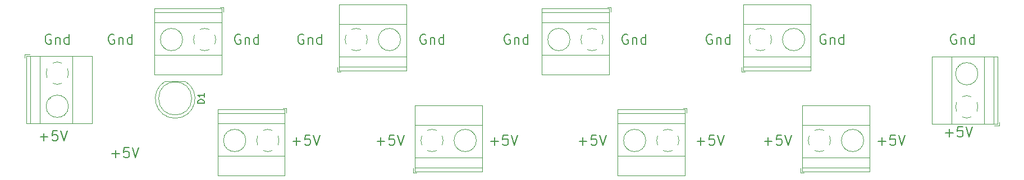
<source format=gbr>
%TF.GenerationSoftware,KiCad,Pcbnew,(5.1.8)-1*%
%TF.CreationDate,2024-07-21T00:44:15+03:00*%
%TF.ProjectId,PwrBus,50777242-7573-42e6-9b69-6361645f7063,rev?*%
%TF.SameCoordinates,Original*%
%TF.FileFunction,Legend,Top*%
%TF.FilePolarity,Positive*%
%FSLAX46Y46*%
G04 Gerber Fmt 4.6, Leading zero omitted, Abs format (unit mm)*
G04 Created by KiCad (PCBNEW (5.1.8)-1) date 2024-07-21 00:44:15*
%MOMM*%
%LPD*%
G01*
G04 APERTURE LIST*
%ADD10C,0.200000*%
%ADD11C,0.120000*%
%ADD12C,0.150000*%
G04 APERTURE END LIST*
D10*
X153011428Y-31857142D02*
X154154285Y-31857142D01*
X153582857Y-32428571D02*
X153582857Y-31285714D01*
X155582857Y-30928571D02*
X154868571Y-30928571D01*
X154797142Y-31642857D01*
X154868571Y-31571428D01*
X155011428Y-31500000D01*
X155368571Y-31500000D01*
X155511428Y-31571428D01*
X155582857Y-31642857D01*
X155654285Y-31785714D01*
X155654285Y-32142857D01*
X155582857Y-32285714D01*
X155511428Y-32357142D01*
X155368571Y-32428571D01*
X155011428Y-32428571D01*
X154868571Y-32357142D01*
X154797142Y-32285714D01*
X156082857Y-30928571D02*
X156582857Y-32428571D01*
X157082857Y-30928571D01*
X142851428Y-33127142D02*
X143994285Y-33127142D01*
X143422857Y-33698571D02*
X143422857Y-32555714D01*
X145422857Y-32198571D02*
X144708571Y-32198571D01*
X144637142Y-32912857D01*
X144708571Y-32841428D01*
X144851428Y-32770000D01*
X145208571Y-32770000D01*
X145351428Y-32841428D01*
X145422857Y-32912857D01*
X145494285Y-33055714D01*
X145494285Y-33412857D01*
X145422857Y-33555714D01*
X145351428Y-33627142D01*
X145208571Y-33698571D01*
X144851428Y-33698571D01*
X144708571Y-33627142D01*
X144637142Y-33555714D01*
X145922857Y-32198571D02*
X146422857Y-33698571D01*
X146922857Y-32198571D01*
X125706428Y-33127142D02*
X126849285Y-33127142D01*
X126277857Y-33698571D02*
X126277857Y-32555714D01*
X128277857Y-32198571D02*
X127563571Y-32198571D01*
X127492142Y-32912857D01*
X127563571Y-32841428D01*
X127706428Y-32770000D01*
X128063571Y-32770000D01*
X128206428Y-32841428D01*
X128277857Y-32912857D01*
X128349285Y-33055714D01*
X128349285Y-33412857D01*
X128277857Y-33555714D01*
X128206428Y-33627142D01*
X128063571Y-33698571D01*
X127706428Y-33698571D01*
X127563571Y-33627142D01*
X127492142Y-33555714D01*
X128777857Y-32198571D02*
X129277857Y-33698571D01*
X129777857Y-32198571D01*
X115546428Y-33127142D02*
X116689285Y-33127142D01*
X116117857Y-33698571D02*
X116117857Y-32555714D01*
X118117857Y-32198571D02*
X117403571Y-32198571D01*
X117332142Y-32912857D01*
X117403571Y-32841428D01*
X117546428Y-32770000D01*
X117903571Y-32770000D01*
X118046428Y-32841428D01*
X118117857Y-32912857D01*
X118189285Y-33055714D01*
X118189285Y-33412857D01*
X118117857Y-33555714D01*
X118046428Y-33627142D01*
X117903571Y-33698571D01*
X117546428Y-33698571D01*
X117403571Y-33627142D01*
X117332142Y-33555714D01*
X118617857Y-32198571D02*
X119117857Y-33698571D01*
X119617857Y-32198571D01*
X97766428Y-33127142D02*
X98909285Y-33127142D01*
X98337857Y-33698571D02*
X98337857Y-32555714D01*
X100337857Y-32198571D02*
X99623571Y-32198571D01*
X99552142Y-32912857D01*
X99623571Y-32841428D01*
X99766428Y-32770000D01*
X100123571Y-32770000D01*
X100266428Y-32841428D01*
X100337857Y-32912857D01*
X100409285Y-33055714D01*
X100409285Y-33412857D01*
X100337857Y-33555714D01*
X100266428Y-33627142D01*
X100123571Y-33698571D01*
X99766428Y-33698571D01*
X99623571Y-33627142D01*
X99552142Y-33555714D01*
X100837857Y-32198571D02*
X101337857Y-33698571D01*
X101837857Y-32198571D01*
X84431428Y-33127142D02*
X85574285Y-33127142D01*
X85002857Y-33698571D02*
X85002857Y-32555714D01*
X87002857Y-32198571D02*
X86288571Y-32198571D01*
X86217142Y-32912857D01*
X86288571Y-32841428D01*
X86431428Y-32770000D01*
X86788571Y-32770000D01*
X86931428Y-32841428D01*
X87002857Y-32912857D01*
X87074285Y-33055714D01*
X87074285Y-33412857D01*
X87002857Y-33555714D01*
X86931428Y-33627142D01*
X86788571Y-33698571D01*
X86431428Y-33698571D01*
X86288571Y-33627142D01*
X86217142Y-33555714D01*
X87502857Y-32198571D02*
X88002857Y-33698571D01*
X88502857Y-32198571D01*
X67286428Y-33127142D02*
X68429285Y-33127142D01*
X67857857Y-33698571D02*
X67857857Y-32555714D01*
X69857857Y-32198571D02*
X69143571Y-32198571D01*
X69072142Y-32912857D01*
X69143571Y-32841428D01*
X69286428Y-32770000D01*
X69643571Y-32770000D01*
X69786428Y-32841428D01*
X69857857Y-32912857D01*
X69929285Y-33055714D01*
X69929285Y-33412857D01*
X69857857Y-33555714D01*
X69786428Y-33627142D01*
X69643571Y-33698571D01*
X69286428Y-33698571D01*
X69143571Y-33627142D01*
X69072142Y-33555714D01*
X70357857Y-32198571D02*
X70857857Y-33698571D01*
X71357857Y-32198571D01*
X54586428Y-33127142D02*
X55729285Y-33127142D01*
X55157857Y-33698571D02*
X55157857Y-32555714D01*
X57157857Y-32198571D02*
X56443571Y-32198571D01*
X56372142Y-32912857D01*
X56443571Y-32841428D01*
X56586428Y-32770000D01*
X56943571Y-32770000D01*
X57086428Y-32841428D01*
X57157857Y-32912857D01*
X57229285Y-33055714D01*
X57229285Y-33412857D01*
X57157857Y-33555714D01*
X57086428Y-33627142D01*
X56943571Y-33698571D01*
X56586428Y-33698571D01*
X56443571Y-33627142D01*
X56372142Y-33555714D01*
X57657857Y-32198571D02*
X58157857Y-33698571D01*
X58657857Y-32198571D01*
X27281428Y-35032142D02*
X28424285Y-35032142D01*
X27852857Y-35603571D02*
X27852857Y-34460714D01*
X29852857Y-34103571D02*
X29138571Y-34103571D01*
X29067142Y-34817857D01*
X29138571Y-34746428D01*
X29281428Y-34675000D01*
X29638571Y-34675000D01*
X29781428Y-34746428D01*
X29852857Y-34817857D01*
X29924285Y-34960714D01*
X29924285Y-35317857D01*
X29852857Y-35460714D01*
X29781428Y-35532142D01*
X29638571Y-35603571D01*
X29281428Y-35603571D01*
X29138571Y-35532142D01*
X29067142Y-35460714D01*
X30352857Y-34103571D02*
X30852857Y-35603571D01*
X31352857Y-34103571D01*
X16486428Y-32492142D02*
X17629285Y-32492142D01*
X17057857Y-33063571D02*
X17057857Y-31920714D01*
X19057857Y-31563571D02*
X18343571Y-31563571D01*
X18272142Y-32277857D01*
X18343571Y-32206428D01*
X18486428Y-32135000D01*
X18843571Y-32135000D01*
X18986428Y-32206428D01*
X19057857Y-32277857D01*
X19129285Y-32420714D01*
X19129285Y-32777857D01*
X19057857Y-32920714D01*
X18986428Y-32992142D01*
X18843571Y-33063571D01*
X18486428Y-33063571D01*
X18343571Y-32992142D01*
X18272142Y-32920714D01*
X19557857Y-31563571D02*
X20057857Y-33063571D01*
X20557857Y-31563571D01*
X18085714Y-17030000D02*
X17942857Y-16958571D01*
X17728571Y-16958571D01*
X17514285Y-17030000D01*
X17371428Y-17172857D01*
X17300000Y-17315714D01*
X17228571Y-17601428D01*
X17228571Y-17815714D01*
X17300000Y-18101428D01*
X17371428Y-18244285D01*
X17514285Y-18387142D01*
X17728571Y-18458571D01*
X17871428Y-18458571D01*
X18085714Y-18387142D01*
X18157142Y-18315714D01*
X18157142Y-17815714D01*
X17871428Y-17815714D01*
X18800000Y-17458571D02*
X18800000Y-18458571D01*
X18800000Y-17601428D02*
X18871428Y-17530000D01*
X19014285Y-17458571D01*
X19228571Y-17458571D01*
X19371428Y-17530000D01*
X19442857Y-17672857D01*
X19442857Y-18458571D01*
X20800000Y-18458571D02*
X20800000Y-16958571D01*
X20800000Y-18387142D02*
X20657142Y-18458571D01*
X20371428Y-18458571D01*
X20228571Y-18387142D01*
X20157142Y-18315714D01*
X20085714Y-18172857D01*
X20085714Y-17744285D01*
X20157142Y-17601428D01*
X20228571Y-17530000D01*
X20371428Y-17458571D01*
X20657142Y-17458571D01*
X20800000Y-17530000D01*
X154610714Y-17030000D02*
X154467857Y-16958571D01*
X154253571Y-16958571D01*
X154039285Y-17030000D01*
X153896428Y-17172857D01*
X153825000Y-17315714D01*
X153753571Y-17601428D01*
X153753571Y-17815714D01*
X153825000Y-18101428D01*
X153896428Y-18244285D01*
X154039285Y-18387142D01*
X154253571Y-18458571D01*
X154396428Y-18458571D01*
X154610714Y-18387142D01*
X154682142Y-18315714D01*
X154682142Y-17815714D01*
X154396428Y-17815714D01*
X155325000Y-17458571D02*
X155325000Y-18458571D01*
X155325000Y-17601428D02*
X155396428Y-17530000D01*
X155539285Y-17458571D01*
X155753571Y-17458571D01*
X155896428Y-17530000D01*
X155967857Y-17672857D01*
X155967857Y-18458571D01*
X157325000Y-18458571D02*
X157325000Y-16958571D01*
X157325000Y-18387142D02*
X157182142Y-18458571D01*
X156896428Y-18458571D01*
X156753571Y-18387142D01*
X156682142Y-18315714D01*
X156610714Y-18172857D01*
X156610714Y-17744285D01*
X156682142Y-17601428D01*
X156753571Y-17530000D01*
X156896428Y-17458571D01*
X157182142Y-17458571D01*
X157325000Y-17530000D01*
X134925714Y-17030000D02*
X134782857Y-16958571D01*
X134568571Y-16958571D01*
X134354285Y-17030000D01*
X134211428Y-17172857D01*
X134140000Y-17315714D01*
X134068571Y-17601428D01*
X134068571Y-17815714D01*
X134140000Y-18101428D01*
X134211428Y-18244285D01*
X134354285Y-18387142D01*
X134568571Y-18458571D01*
X134711428Y-18458571D01*
X134925714Y-18387142D01*
X134997142Y-18315714D01*
X134997142Y-17815714D01*
X134711428Y-17815714D01*
X135640000Y-17458571D02*
X135640000Y-18458571D01*
X135640000Y-17601428D02*
X135711428Y-17530000D01*
X135854285Y-17458571D01*
X136068571Y-17458571D01*
X136211428Y-17530000D01*
X136282857Y-17672857D01*
X136282857Y-18458571D01*
X137640000Y-18458571D02*
X137640000Y-16958571D01*
X137640000Y-18387142D02*
X137497142Y-18458571D01*
X137211428Y-18458571D01*
X137068571Y-18387142D01*
X136997142Y-18315714D01*
X136925714Y-18172857D01*
X136925714Y-17744285D01*
X136997142Y-17601428D01*
X137068571Y-17530000D01*
X137211428Y-17458571D01*
X137497142Y-17458571D01*
X137640000Y-17530000D01*
X117780714Y-17030000D02*
X117637857Y-16958571D01*
X117423571Y-16958571D01*
X117209285Y-17030000D01*
X117066428Y-17172857D01*
X116995000Y-17315714D01*
X116923571Y-17601428D01*
X116923571Y-17815714D01*
X116995000Y-18101428D01*
X117066428Y-18244285D01*
X117209285Y-18387142D01*
X117423571Y-18458571D01*
X117566428Y-18458571D01*
X117780714Y-18387142D01*
X117852142Y-18315714D01*
X117852142Y-17815714D01*
X117566428Y-17815714D01*
X118495000Y-17458571D02*
X118495000Y-18458571D01*
X118495000Y-17601428D02*
X118566428Y-17530000D01*
X118709285Y-17458571D01*
X118923571Y-17458571D01*
X119066428Y-17530000D01*
X119137857Y-17672857D01*
X119137857Y-18458571D01*
X120495000Y-18458571D02*
X120495000Y-16958571D01*
X120495000Y-18387142D02*
X120352142Y-18458571D01*
X120066428Y-18458571D01*
X119923571Y-18387142D01*
X119852142Y-18315714D01*
X119780714Y-18172857D01*
X119780714Y-17744285D01*
X119852142Y-17601428D01*
X119923571Y-17530000D01*
X120066428Y-17458571D01*
X120352142Y-17458571D01*
X120495000Y-17530000D01*
X105080714Y-17030000D02*
X104937857Y-16958571D01*
X104723571Y-16958571D01*
X104509285Y-17030000D01*
X104366428Y-17172857D01*
X104295000Y-17315714D01*
X104223571Y-17601428D01*
X104223571Y-17815714D01*
X104295000Y-18101428D01*
X104366428Y-18244285D01*
X104509285Y-18387142D01*
X104723571Y-18458571D01*
X104866428Y-18458571D01*
X105080714Y-18387142D01*
X105152142Y-18315714D01*
X105152142Y-17815714D01*
X104866428Y-17815714D01*
X105795000Y-17458571D02*
X105795000Y-18458571D01*
X105795000Y-17601428D02*
X105866428Y-17530000D01*
X106009285Y-17458571D01*
X106223571Y-17458571D01*
X106366428Y-17530000D01*
X106437857Y-17672857D01*
X106437857Y-18458571D01*
X107795000Y-18458571D02*
X107795000Y-16958571D01*
X107795000Y-18387142D02*
X107652142Y-18458571D01*
X107366428Y-18458571D01*
X107223571Y-18387142D01*
X107152142Y-18315714D01*
X107080714Y-18172857D01*
X107080714Y-17744285D01*
X107152142Y-17601428D01*
X107223571Y-17530000D01*
X107366428Y-17458571D01*
X107652142Y-17458571D01*
X107795000Y-17530000D01*
X87300714Y-17030000D02*
X87157857Y-16958571D01*
X86943571Y-16958571D01*
X86729285Y-17030000D01*
X86586428Y-17172857D01*
X86515000Y-17315714D01*
X86443571Y-17601428D01*
X86443571Y-17815714D01*
X86515000Y-18101428D01*
X86586428Y-18244285D01*
X86729285Y-18387142D01*
X86943571Y-18458571D01*
X87086428Y-18458571D01*
X87300714Y-18387142D01*
X87372142Y-18315714D01*
X87372142Y-17815714D01*
X87086428Y-17815714D01*
X88015000Y-17458571D02*
X88015000Y-18458571D01*
X88015000Y-17601428D02*
X88086428Y-17530000D01*
X88229285Y-17458571D01*
X88443571Y-17458571D01*
X88586428Y-17530000D01*
X88657857Y-17672857D01*
X88657857Y-18458571D01*
X90015000Y-18458571D02*
X90015000Y-16958571D01*
X90015000Y-18387142D02*
X89872142Y-18458571D01*
X89586428Y-18458571D01*
X89443571Y-18387142D01*
X89372142Y-18315714D01*
X89300714Y-18172857D01*
X89300714Y-17744285D01*
X89372142Y-17601428D01*
X89443571Y-17530000D01*
X89586428Y-17458571D01*
X89872142Y-17458571D01*
X90015000Y-17530000D01*
X74600714Y-17030000D02*
X74457857Y-16958571D01*
X74243571Y-16958571D01*
X74029285Y-17030000D01*
X73886428Y-17172857D01*
X73815000Y-17315714D01*
X73743571Y-17601428D01*
X73743571Y-17815714D01*
X73815000Y-18101428D01*
X73886428Y-18244285D01*
X74029285Y-18387142D01*
X74243571Y-18458571D01*
X74386428Y-18458571D01*
X74600714Y-18387142D01*
X74672142Y-18315714D01*
X74672142Y-17815714D01*
X74386428Y-17815714D01*
X75315000Y-17458571D02*
X75315000Y-18458571D01*
X75315000Y-17601428D02*
X75386428Y-17530000D01*
X75529285Y-17458571D01*
X75743571Y-17458571D01*
X75886428Y-17530000D01*
X75957857Y-17672857D01*
X75957857Y-18458571D01*
X77315000Y-18458571D02*
X77315000Y-16958571D01*
X77315000Y-18387142D02*
X77172142Y-18458571D01*
X76886428Y-18458571D01*
X76743571Y-18387142D01*
X76672142Y-18315714D01*
X76600714Y-18172857D01*
X76600714Y-17744285D01*
X76672142Y-17601428D01*
X76743571Y-17530000D01*
X76886428Y-17458571D01*
X77172142Y-17458571D01*
X77315000Y-17530000D01*
X56185714Y-17030000D02*
X56042857Y-16958571D01*
X55828571Y-16958571D01*
X55614285Y-17030000D01*
X55471428Y-17172857D01*
X55400000Y-17315714D01*
X55328571Y-17601428D01*
X55328571Y-17815714D01*
X55400000Y-18101428D01*
X55471428Y-18244285D01*
X55614285Y-18387142D01*
X55828571Y-18458571D01*
X55971428Y-18458571D01*
X56185714Y-18387142D01*
X56257142Y-18315714D01*
X56257142Y-17815714D01*
X55971428Y-17815714D01*
X56900000Y-17458571D02*
X56900000Y-18458571D01*
X56900000Y-17601428D02*
X56971428Y-17530000D01*
X57114285Y-17458571D01*
X57328571Y-17458571D01*
X57471428Y-17530000D01*
X57542857Y-17672857D01*
X57542857Y-18458571D01*
X58900000Y-18458571D02*
X58900000Y-16958571D01*
X58900000Y-18387142D02*
X58757142Y-18458571D01*
X58471428Y-18458571D01*
X58328571Y-18387142D01*
X58257142Y-18315714D01*
X58185714Y-18172857D01*
X58185714Y-17744285D01*
X58257142Y-17601428D01*
X58328571Y-17530000D01*
X58471428Y-17458571D01*
X58757142Y-17458571D01*
X58900000Y-17530000D01*
X46660714Y-17030000D02*
X46517857Y-16958571D01*
X46303571Y-16958571D01*
X46089285Y-17030000D01*
X45946428Y-17172857D01*
X45875000Y-17315714D01*
X45803571Y-17601428D01*
X45803571Y-17815714D01*
X45875000Y-18101428D01*
X45946428Y-18244285D01*
X46089285Y-18387142D01*
X46303571Y-18458571D01*
X46446428Y-18458571D01*
X46660714Y-18387142D01*
X46732142Y-18315714D01*
X46732142Y-17815714D01*
X46446428Y-17815714D01*
X47375000Y-17458571D02*
X47375000Y-18458571D01*
X47375000Y-17601428D02*
X47446428Y-17530000D01*
X47589285Y-17458571D01*
X47803571Y-17458571D01*
X47946428Y-17530000D01*
X48017857Y-17672857D01*
X48017857Y-18458571D01*
X49375000Y-18458571D02*
X49375000Y-16958571D01*
X49375000Y-18387142D02*
X49232142Y-18458571D01*
X48946428Y-18458571D01*
X48803571Y-18387142D01*
X48732142Y-18315714D01*
X48660714Y-18172857D01*
X48660714Y-17744285D01*
X48732142Y-17601428D01*
X48803571Y-17530000D01*
X48946428Y-17458571D01*
X49232142Y-17458571D01*
X49375000Y-17530000D01*
X27610714Y-17030000D02*
X27467857Y-16958571D01*
X27253571Y-16958571D01*
X27039285Y-17030000D01*
X26896428Y-17172857D01*
X26825000Y-17315714D01*
X26753571Y-17601428D01*
X26753571Y-17815714D01*
X26825000Y-18101428D01*
X26896428Y-18244285D01*
X27039285Y-18387142D01*
X27253571Y-18458571D01*
X27396428Y-18458571D01*
X27610714Y-18387142D01*
X27682142Y-18315714D01*
X27682142Y-17815714D01*
X27396428Y-17815714D01*
X28325000Y-17458571D02*
X28325000Y-18458571D01*
X28325000Y-17601428D02*
X28396428Y-17530000D01*
X28539285Y-17458571D01*
X28753571Y-17458571D01*
X28896428Y-17530000D01*
X28967857Y-17672857D01*
X28967857Y-18458571D01*
X30325000Y-18458571D02*
X30325000Y-16958571D01*
X30325000Y-18387142D02*
X30182142Y-18458571D01*
X29896428Y-18458571D01*
X29753571Y-18387142D01*
X29682142Y-18315714D01*
X29610714Y-18172857D01*
X29610714Y-17744285D01*
X29682142Y-17601428D01*
X29753571Y-17530000D01*
X29896428Y-17458571D01*
X30182142Y-17458571D01*
X30325000Y-17530000D01*
D11*
%TO.C,D1*%
X36830462Y-29660000D02*
G75*
G02*
X35285170Y-24110000I-462J2990000D01*
G01*
X36829538Y-29660000D02*
G75*
G03*
X38374830Y-24110000I462J2990000D01*
G01*
X39330000Y-26670000D02*
G75*
G03*
X39330000Y-26670000I-2500000J0D01*
G01*
X38375000Y-24110000D02*
X35285000Y-24110000D01*
%TO.C,J10*%
X161110000Y-30740000D02*
X161110000Y-30240000D01*
X160370000Y-30740000D02*
X161110000Y-30740000D01*
X157233000Y-24167000D02*
X157279000Y-24214000D01*
X154935000Y-21870000D02*
X154971000Y-21905000D01*
X157449000Y-23974000D02*
X157484000Y-24009000D01*
X155141000Y-21665000D02*
X155187000Y-21712000D01*
X150949000Y-20380000D02*
X160870000Y-20380000D01*
X150949000Y-30500000D02*
X160870000Y-30500000D01*
X160870000Y-30500000D02*
X160870000Y-20380000D01*
X150949000Y-30500000D02*
X150949000Y-20380000D01*
X153909000Y-30500000D02*
X153909000Y-20380000D01*
X158810000Y-30500000D02*
X158810000Y-20380000D01*
X160310000Y-30500000D02*
X160310000Y-20380000D01*
X157890000Y-22940000D02*
G75*
G03*
X157890000Y-22940000I-1680000J0D01*
G01*
X157890253Y-27911195D02*
G75*
G02*
X157745000Y-28624000I-1680253J-28805D01*
G01*
X156893042Y-29475426D02*
G75*
G02*
X155526000Y-29475000I-683042J1535426D01*
G01*
X154674574Y-28623042D02*
G75*
G02*
X154675000Y-27256000I1535426J683042D01*
G01*
X155526958Y-26404574D02*
G75*
G02*
X156894000Y-26405000I683042J-1535426D01*
G01*
X157744756Y-27256682D02*
G75*
G02*
X157890000Y-27940000I-1534756J-683318D01*
G01*
%TO.C,J9*%
X131775000Y-17780000D02*
G75*
G03*
X131775000Y-17780000I-1680000J0D01*
G01*
X122535000Y-21880000D02*
X132655000Y-21880000D01*
X122535000Y-20380000D02*
X132655000Y-20380000D01*
X122535000Y-15479000D02*
X132655000Y-15479000D01*
X122535000Y-12519000D02*
X132655000Y-12519000D01*
X122535000Y-22440000D02*
X132655000Y-22440000D01*
X122535000Y-12519000D02*
X122535000Y-22440000D01*
X132655000Y-12519000D02*
X132655000Y-22440000D01*
X131370000Y-16711000D02*
X131323000Y-16757000D01*
X129061000Y-19019000D02*
X129026000Y-19054000D01*
X131165000Y-16505000D02*
X131130000Y-16541000D01*
X128868000Y-18803000D02*
X128821000Y-18849000D01*
X122295000Y-21940000D02*
X122295000Y-22680000D01*
X122295000Y-22680000D02*
X122795000Y-22680000D01*
X125123805Y-19460253D02*
G75*
G02*
X124411000Y-19315000I-28805J1680253D01*
G01*
X123559574Y-18463042D02*
G75*
G02*
X123560000Y-17096000I1535426J683042D01*
G01*
X124411958Y-16244574D02*
G75*
G02*
X125779000Y-16245000I683042J-1535426D01*
G01*
X126630426Y-17096958D02*
G75*
G02*
X126630000Y-18464000I-1535426J-683042D01*
G01*
X125778318Y-19314756D02*
G75*
G02*
X125095000Y-19460000I-683318J1534756D01*
G01*
%TO.C,J8*%
X140665000Y-33020000D02*
G75*
G03*
X140665000Y-33020000I-1680000J0D01*
G01*
X131425000Y-37120000D02*
X141545000Y-37120000D01*
X131425000Y-35620000D02*
X141545000Y-35620000D01*
X131425000Y-30719000D02*
X141545000Y-30719000D01*
X131425000Y-27759000D02*
X141545000Y-27759000D01*
X131425000Y-37680000D02*
X141545000Y-37680000D01*
X131425000Y-27759000D02*
X131425000Y-37680000D01*
X141545000Y-27759000D02*
X141545000Y-37680000D01*
X140260000Y-31951000D02*
X140213000Y-31997000D01*
X137951000Y-34259000D02*
X137916000Y-34294000D01*
X140055000Y-31745000D02*
X140020000Y-31781000D01*
X137758000Y-34043000D02*
X137711000Y-34089000D01*
X131185000Y-37180000D02*
X131185000Y-37920000D01*
X131185000Y-37920000D02*
X131685000Y-37920000D01*
X134013805Y-34700253D02*
G75*
G02*
X133301000Y-34555000I-28805J1680253D01*
G01*
X132449574Y-33703042D02*
G75*
G02*
X132450000Y-32336000I1535426J683042D01*
G01*
X133301958Y-31484574D02*
G75*
G02*
X134669000Y-31485000I683042J-1535426D01*
G01*
X135520426Y-32336958D02*
G75*
G02*
X135520000Y-33704000I-1535426J-683042D01*
G01*
X134668318Y-34554756D02*
G75*
G02*
X133985000Y-34700000I-683318J1534756D01*
G01*
%TO.C,J7*%
X102495000Y-12880000D02*
X101995000Y-12880000D01*
X102495000Y-13620000D02*
X102495000Y-12880000D01*
X95922000Y-16757000D02*
X95969000Y-16711000D01*
X93625000Y-19055000D02*
X93660000Y-19019000D01*
X95729000Y-16541000D02*
X95764000Y-16506000D01*
X93420000Y-18849000D02*
X93467000Y-18803000D01*
X92135000Y-23041000D02*
X92135000Y-13120000D01*
X102255000Y-23041000D02*
X102255000Y-13120000D01*
X102255000Y-13120000D02*
X92135000Y-13120000D01*
X102255000Y-23041000D02*
X92135000Y-23041000D01*
X102255000Y-20081000D02*
X92135000Y-20081000D01*
X102255000Y-15180000D02*
X92135000Y-15180000D01*
X102255000Y-13680000D02*
X92135000Y-13680000D01*
X96375000Y-17780000D02*
G75*
G03*
X96375000Y-17780000I-1680000J0D01*
G01*
X99666195Y-16099747D02*
G75*
G02*
X100379000Y-16245000I28805J-1680253D01*
G01*
X101230426Y-17096958D02*
G75*
G02*
X101230000Y-18464000I-1535426J-683042D01*
G01*
X100378042Y-19315426D02*
G75*
G02*
X99011000Y-19315000I-683042J1535426D01*
G01*
X98159574Y-18463042D02*
G75*
G02*
X98160000Y-17096000I1535426J683042D01*
G01*
X99011682Y-16245244D02*
G75*
G02*
X99695000Y-16100000I683318J-1534756D01*
G01*
%TO.C,J6*%
X113925000Y-28120000D02*
X113425000Y-28120000D01*
X113925000Y-28860000D02*
X113925000Y-28120000D01*
X107352000Y-31997000D02*
X107399000Y-31951000D01*
X105055000Y-34295000D02*
X105090000Y-34259000D01*
X107159000Y-31781000D02*
X107194000Y-31746000D01*
X104850000Y-34089000D02*
X104897000Y-34043000D01*
X103565000Y-38281000D02*
X103565000Y-28360000D01*
X113685000Y-38281000D02*
X113685000Y-28360000D01*
X113685000Y-28360000D02*
X103565000Y-28360000D01*
X113685000Y-38281000D02*
X103565000Y-38281000D01*
X113685000Y-35321000D02*
X103565000Y-35321000D01*
X113685000Y-30420000D02*
X103565000Y-30420000D01*
X113685000Y-28920000D02*
X103565000Y-28920000D01*
X107805000Y-33020000D02*
G75*
G03*
X107805000Y-33020000I-1680000J0D01*
G01*
X111096195Y-31339747D02*
G75*
G02*
X111809000Y-31485000I28805J-1680253D01*
G01*
X112660426Y-32336958D02*
G75*
G02*
X112660000Y-33704000I-1535426J-683042D01*
G01*
X111808042Y-34555426D02*
G75*
G02*
X110441000Y-34555000I-683042J1535426D01*
G01*
X109589574Y-33703042D02*
G75*
G02*
X109590000Y-32336000I1535426J683042D01*
G01*
X110441682Y-31485244D02*
G75*
G02*
X111125000Y-31340000I683318J-1534756D01*
G01*
%TO.C,J5*%
X61335000Y-22680000D02*
X61835000Y-22680000D01*
X61335000Y-21940000D02*
X61335000Y-22680000D01*
X67908000Y-18803000D02*
X67861000Y-18849000D01*
X70205000Y-16505000D02*
X70170000Y-16541000D01*
X68101000Y-19019000D02*
X68066000Y-19054000D01*
X70410000Y-16711000D02*
X70363000Y-16757000D01*
X71695000Y-12519000D02*
X71695000Y-22440000D01*
X61575000Y-12519000D02*
X61575000Y-22440000D01*
X61575000Y-22440000D02*
X71695000Y-22440000D01*
X61575000Y-12519000D02*
X71695000Y-12519000D01*
X61575000Y-15479000D02*
X71695000Y-15479000D01*
X61575000Y-20380000D02*
X71695000Y-20380000D01*
X61575000Y-21880000D02*
X71695000Y-21880000D01*
X70815000Y-17780000D02*
G75*
G03*
X70815000Y-17780000I-1680000J0D01*
G01*
X64163805Y-19460253D02*
G75*
G02*
X63451000Y-19315000I-28805J1680253D01*
G01*
X62599574Y-18463042D02*
G75*
G02*
X62600000Y-17096000I1535426J683042D01*
G01*
X63451958Y-16244574D02*
G75*
G02*
X64819000Y-16245000I683042J-1535426D01*
G01*
X65670426Y-17096958D02*
G75*
G02*
X65670000Y-18464000I-1535426J-683042D01*
G01*
X64818318Y-19314756D02*
G75*
G02*
X64135000Y-19460000I-683318J1534756D01*
G01*
%TO.C,J4*%
X72765000Y-37920000D02*
X73265000Y-37920000D01*
X72765000Y-37180000D02*
X72765000Y-37920000D01*
X79338000Y-34043000D02*
X79291000Y-34089000D01*
X81635000Y-31745000D02*
X81600000Y-31781000D01*
X79531000Y-34259000D02*
X79496000Y-34294000D01*
X81840000Y-31951000D02*
X81793000Y-31997000D01*
X83125000Y-27759000D02*
X83125000Y-37680000D01*
X73005000Y-27759000D02*
X73005000Y-37680000D01*
X73005000Y-37680000D02*
X83125000Y-37680000D01*
X73005000Y-27759000D02*
X83125000Y-27759000D01*
X73005000Y-30719000D02*
X83125000Y-30719000D01*
X73005000Y-35620000D02*
X83125000Y-35620000D01*
X73005000Y-37120000D02*
X83125000Y-37120000D01*
X82245000Y-33020000D02*
G75*
G03*
X82245000Y-33020000I-1680000J0D01*
G01*
X75593805Y-34700253D02*
G75*
G02*
X74881000Y-34555000I-28805J1680253D01*
G01*
X74029574Y-33703042D02*
G75*
G02*
X74030000Y-32336000I1535426J683042D01*
G01*
X74881958Y-31484574D02*
G75*
G02*
X76249000Y-31485000I683042J-1535426D01*
G01*
X77100426Y-32336958D02*
G75*
G02*
X77100000Y-33704000I-1535426J-683042D01*
G01*
X76248318Y-34554756D02*
G75*
G02*
X75565000Y-34700000I-683318J1534756D01*
G01*
%TO.C,J3*%
X44075000Y-12880000D02*
X43575000Y-12880000D01*
X44075000Y-13620000D02*
X44075000Y-12880000D01*
X37502000Y-16757000D02*
X37549000Y-16711000D01*
X35205000Y-19055000D02*
X35240000Y-19019000D01*
X37309000Y-16541000D02*
X37344000Y-16506000D01*
X35000000Y-18849000D02*
X35047000Y-18803000D01*
X33715000Y-23041000D02*
X33715000Y-13120000D01*
X43835000Y-23041000D02*
X43835000Y-13120000D01*
X43835000Y-13120000D02*
X33715000Y-13120000D01*
X43835000Y-23041000D02*
X33715000Y-23041000D01*
X43835000Y-20081000D02*
X33715000Y-20081000D01*
X43835000Y-15180000D02*
X33715000Y-15180000D01*
X43835000Y-13680000D02*
X33715000Y-13680000D01*
X37955000Y-17780000D02*
G75*
G03*
X37955000Y-17780000I-1680000J0D01*
G01*
X41246195Y-16099747D02*
G75*
G02*
X41959000Y-16245000I28805J-1680253D01*
G01*
X42810426Y-17096958D02*
G75*
G02*
X42810000Y-18464000I-1535426J-683042D01*
G01*
X41958042Y-19315426D02*
G75*
G02*
X40591000Y-19315000I-683042J1535426D01*
G01*
X39739574Y-18463042D02*
G75*
G02*
X39740000Y-17096000I1535426J683042D01*
G01*
X40591682Y-16245244D02*
G75*
G02*
X41275000Y-16100000I683318J-1534756D01*
G01*
%TO.C,J2*%
X53600000Y-28120000D02*
X53100000Y-28120000D01*
X53600000Y-28860000D02*
X53600000Y-28120000D01*
X47027000Y-31997000D02*
X47074000Y-31951000D01*
X44730000Y-34295000D02*
X44765000Y-34259000D01*
X46834000Y-31781000D02*
X46869000Y-31746000D01*
X44525000Y-34089000D02*
X44572000Y-34043000D01*
X43240000Y-38281000D02*
X43240000Y-28360000D01*
X53360000Y-38281000D02*
X53360000Y-28360000D01*
X53360000Y-28360000D02*
X43240000Y-28360000D01*
X53360000Y-38281000D02*
X43240000Y-38281000D01*
X53360000Y-35321000D02*
X43240000Y-35321000D01*
X53360000Y-30420000D02*
X43240000Y-30420000D01*
X53360000Y-28920000D02*
X43240000Y-28920000D01*
X47480000Y-33020000D02*
G75*
G03*
X47480000Y-33020000I-1680000J0D01*
G01*
X50771195Y-31339747D02*
G75*
G02*
X51484000Y-31485000I28805J-1680253D01*
G01*
X52335426Y-32336958D02*
G75*
G02*
X52335000Y-33704000I-1535426J-683042D01*
G01*
X51483042Y-34555426D02*
G75*
G02*
X50116000Y-34555000I-683042J1535426D01*
G01*
X49264574Y-33703042D02*
G75*
G02*
X49265000Y-32336000I1535426J683042D01*
G01*
X50116682Y-31485244D02*
G75*
G02*
X50800000Y-31340000I683318J-1534756D01*
G01*
%TO.C,J1*%
X20730000Y-27860000D02*
G75*
G03*
X20730000Y-27860000I-1680000J0D01*
G01*
X14950000Y-20300000D02*
X14950000Y-30420000D01*
X16450000Y-20300000D02*
X16450000Y-30420000D01*
X21351000Y-20300000D02*
X21351000Y-30420000D01*
X24311000Y-20300000D02*
X24311000Y-30420000D01*
X14390000Y-20300000D02*
X14390000Y-30420000D01*
X24311000Y-20300000D02*
X14390000Y-20300000D01*
X24311000Y-30420000D02*
X14390000Y-30420000D01*
X20119000Y-29135000D02*
X20073000Y-29088000D01*
X17811000Y-26826000D02*
X17776000Y-26791000D01*
X20325000Y-28930000D02*
X20289000Y-28895000D01*
X18027000Y-26633000D02*
X17981000Y-26586000D01*
X14890000Y-20060000D02*
X14150000Y-20060000D01*
X14150000Y-20060000D02*
X14150000Y-20560000D01*
X17369747Y-22888805D02*
G75*
G02*
X17515000Y-22176000I1680253J28805D01*
G01*
X18366958Y-21324574D02*
G75*
G02*
X19734000Y-21325000I683042J-1535426D01*
G01*
X20585426Y-22176958D02*
G75*
G02*
X20585000Y-23544000I-1535426J-683042D01*
G01*
X19733042Y-24395426D02*
G75*
G02*
X18366000Y-24395000I-683042J1535426D01*
G01*
X17515244Y-23543318D02*
G75*
G02*
X17370000Y-22860000I1534756J683318D01*
G01*
%TO.C,D1*%
D12*
X41242380Y-27408095D02*
X40242380Y-27408095D01*
X40242380Y-27170000D01*
X40290000Y-27027142D01*
X40385238Y-26931904D01*
X40480476Y-26884285D01*
X40670952Y-26836666D01*
X40813809Y-26836666D01*
X41004285Y-26884285D01*
X41099523Y-26931904D01*
X41194761Y-27027142D01*
X41242380Y-27170000D01*
X41242380Y-27408095D01*
X41242380Y-25884285D02*
X41242380Y-26455714D01*
X41242380Y-26170000D02*
X40242380Y-26170000D01*
X40385238Y-26265238D01*
X40480476Y-26360476D01*
X40528095Y-26455714D01*
%TD*%
M02*

</source>
